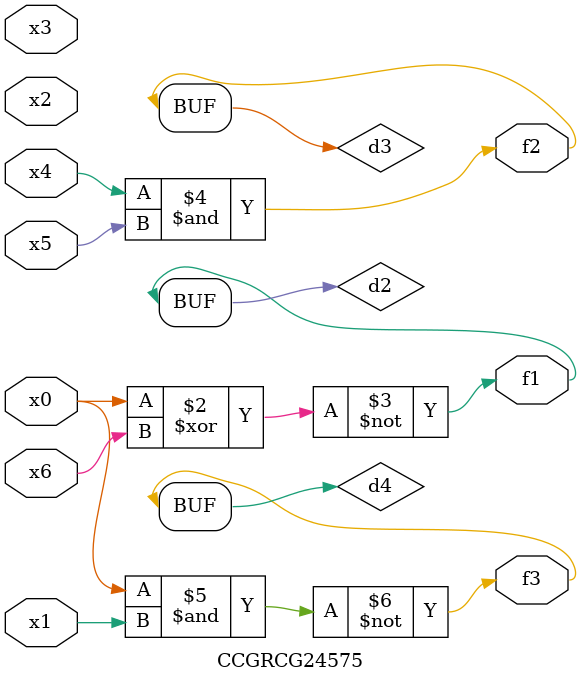
<source format=v>
module CCGRCG24575(
	input x0, x1, x2, x3, x4, x5, x6,
	output f1, f2, f3
);

	wire d1, d2, d3, d4;

	nor (d1, x0);
	xnor (d2, x0, x6);
	and (d3, x4, x5);
	nand (d4, x0, x1);
	assign f1 = d2;
	assign f2 = d3;
	assign f3 = d4;
endmodule

</source>
